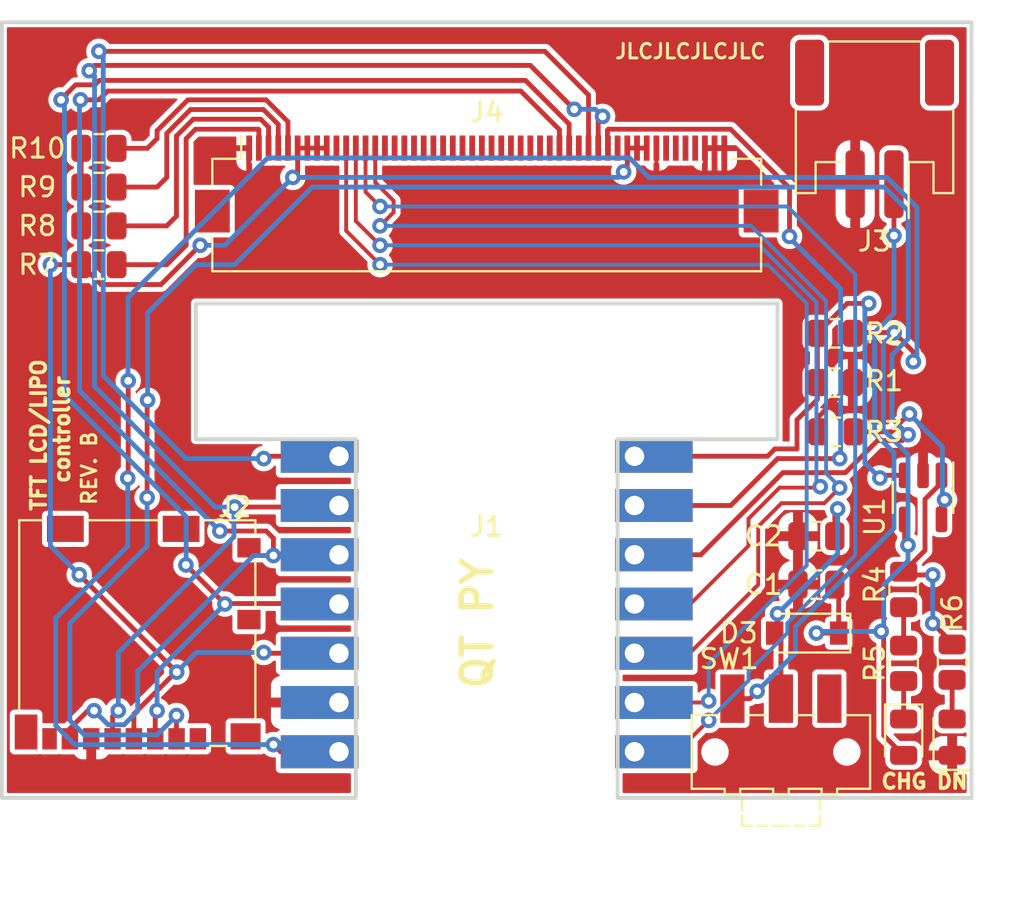
<source format=kicad_pcb>
(kicad_pcb (version 20211014) (generator pcbnew)
  (title_block (rev "A"))
  (layers (0 "F.Cu" signal) (31 "B.Cu" signal) (34 "B.Paste" user) (35 "F.Paste" user) (36 "B.SilkS" user "B.Silkscreen") (37 "F.SilkS" user "F.Silkscreen") (38 "B.Mask" user) (39 "F.Mask" user) (44 "Edge.Cuts" user))
  (net 0 "")
  (net 1 "GND")
  (net 2 "+5V")
  (net 3 "VBAT")
  (net 4 "Net-(D1-Pad1)")
  (net 5 "Net-(D2-Pad2)")
  (net 6 "+3.3V")
  (net 8 "SD_CS")
  (net 9 "MOSI")
  (net 10 "SCK")
  (net 11 "MISO")
  (net 14 "Net-(J3-Pad1)")
  (net 15 "Net-(J4-Pad2)")
  (net 16 "Net-(J4-Pad3)")
  (net 17 "Net-(J4-Pad4)")
  (net 18 "Net-(J4-Pad5)")
  (net 20 "Y+")
  (net 21 "X+")
  (net 22 "Y-")
  (net 23 "X-")
  (net 43 "WR")
  (net 44 "LCD_CS")
  (net 50 "Net-(R4-Pad1)")
  (net 51 "Net-(R3-Pad2)")
  (net 52 "Net-(R4-Pad2)")
  (net 54 "BAT CHG")
  (footprint "Package_TO_SOT_SMD:SOT-23-5" (layer "F.Cu") (at 47.5 24.5 -90)
    (fp_text reference "U1" (at 1 2.5 -90) (layer "F.SilkS"))
    (fp_text value "MCP73831-2-OT")
    (pad "1" smd roundrect (at -1.1375 -0.95 270) (size 1.325 0.6) (layers "F.Cu" "F.Paste" "F.Mask") (net 50 "Net-(R4-Pad1)"))
    (pad "2" smd roundrect (at -1.1375 0 270) (size 1.325 0.6) (layers "F.Cu" "F.Paste" "F.Mask") (net 1 "GND"))
    (pad "3" smd roundrect (at -1.1375 0.95 270) (size 1.325 0.6) (layers "F.Cu" "F.Paste" "F.Mask") (net 54 "BAT CHG"))
    (pad "4" smd roundrect (at 1.1375 0.95 270) (size 1.325 0.6) (layers "F.Cu" "F.Paste" "F.Mask") (net 2 "+5V"))
    (pad "5" smd roundrect (at 1.1375 -0.95 270) (size 1.325 0.6) (layers "F.Cu" "F.Paste" "F.Mask") (net 51 "Net-(R3-Pad2)"))
  )
  (footprint "Resistor_SMD:R_0805_2012Metric" (layer "F.Cu") (at 43 21.12)
    (fp_text reference "R3" (at 2.5 0) (layer "F.SilkS"))
    (fp_text value "10K")
    (pad "1" smd roundrect (at -0.9125 0) (size 1.025 1.4) (layers "F.Cu" "F.Paste" "F.Mask") (roundrect_rratio 0.243902439) (net 1 "GND"))
    (pad "2" smd roundrect (at 0.9125 0) (size 1.025 1.4) (layers "F.Cu" "F.Paste" "F.Mask") (roundrect_rratio 0.243902439) (net 51 "Net-(R3-Pad2)"))
  )
  (footprint "Resistor_SMD:R_0805_2012Metric" (layer "F.Cu") (at 42.9625 18.58 180)
    (fp_text reference "R1" (at -2.5375 0.08) (layer "F.SilkS"))
    (fp_text value "100K")
    (pad "1" smd roundrect (at -0.9125 0 180) (size 1.025 1.4) (layers "F.Cu" "F.Paste" "F.Mask") (roundrect_rratio 0.243902439) (net 1 "GND"))
    (pad "2" smd roundrect (at 0.9125 0 180) (size 1.025 1.4) (layers "F.Cu" "F.Paste" "F.Mask") (roundrect_rratio 0.243902439) (net 54 "BAT CHG"))
  )
  (footprint "Resistor_SMD:R_0805_2012Metric" (layer "F.Cu") (at 46.5 29.248 -90)
    (fp_text reference "R4" (at -0.248 1.5 90) (layer "F.SilkS"))
    (fp_text value "150")
    (pad "1" smd roundrect (at -0.9125 0 270) (size 1.025 1.4) (layers "F.Cu" "F.Paste" "F.Mask") (roundrect_rratio 0.243902439) (net 50 "Net-(R4-Pad1)"))
    (pad "2" smd roundrect (at 0.9125 0 270) (size 1.025 1.4) (layers "F.Cu" "F.Paste" "F.Mask") (roundrect_rratio 0.243902439) (net 52 "Net-(R4-Pad2)"))
  )
  (footprint "Resistor_SMD:R_0805_2012Metric" (layer "F.Cu") (at 5 8.5)
    (fp_text reference "R9" (at -3.175 0) (layer "F.SilkS"))
    (fp_text value "10K")
    (pad "1" smd roundrect (at -0.9125 0) (size 1.025 1.4) (layers "F.Cu" "F.Paste" "F.Mask") (roundrect_rratio 0.243902439) (net 6 "+3.3V"))
    (pad "2" smd roundrect (at 0.9125 0) (size 1.025 1.4) (layers "F.Cu" "F.Paste" "F.Mask") (roundrect_rratio 0.243902439) (net 17 "Net-(J4-Pad4)"))
  )
  (footprint "Capacitor_SMD:C_0805_2012Metric" (layer "F.Cu") (at 42 29)
    (fp_text reference "C1" (at -2.728 0) (layer "F.SilkS"))
    (fp_text value "10uF")
    (pad "1" smd roundrect (at -0.95 0) (size 1 1.45) (layers "F.Cu" "F.Paste" "F.Mask") (net 1 "GND"))
    (pad "2" smd roundrect (at 0.95 0) (size 1 1.45) (layers "F.Cu" "F.Paste" "F.Mask") (net 2 "+5V"))
  )
  (footprint "Resistor_SMD:R_0805_2012Metric" (layer "F.Cu") (at 5 6.5)
    (fp_text reference "R10" (at -3.175 0) (layer "F.SilkS"))
    (fp_text value "10K")
    (pad "1" smd roundrect (at -0.9125 0) (size 1.025 1.4) (layers "F.Cu" "F.Paste" "F.Mask") (roundrect_rratio 0.243902439) (net 6 "+3.3V"))
    (pad "2" smd roundrect (at 0.9125 0) (size 1.025 1.4) (layers "F.Cu" "F.Paste" "F.Mask") (roundrect_rratio 0.243902439) (net 18 "Net-(J4-Pad5)"))
  )
  (footprint "Diode_SMD:D_SOD-123" (layer "F.Cu") (at 41.5 31.5 180)
    (fp_text reference "D3" (at 3.5 0) (layer "F.SilkS"))
    (fp_text value "20V 1A")
    (pad "1" smd rect (at -1.65 0 180) (size 0.9 1.2) (layers "F.Cu" "F.Paste" "F.Mask") (net 2 "+5V"))
    (pad "2" smd rect (at 1.65 0 180) (size 0.9 1.2) (layers "F.Cu" "F.Paste" "F.Mask") (net 3 "VBAT"))
  )
  (footprint "Resistor_SMD:R_0805_2012Metric" (layer "F.Cu") (at 5 12.5)
    (fp_text reference "R7" (at -3.175 0) (layer "F.SilkS"))
    (fp_text value "10K")
    (pad "1" smd roundrect (at -0.9125 0) (size 1.025 1.4) (layers "F.Cu" "F.Paste" "F.Mask") (roundrect_rratio 0.243902439) (net 6 "+3.3V"))
    (pad "2" smd roundrect (at 0.9125 0) (size 1.025 1.4) (layers "F.Cu" "F.Paste" "F.Mask") (roundrect_rratio 0.243902439) (net 15 "Net-(J4-Pad2)"))
  )
  (footprint "LED_SMD:LED_0805_2012Metric" (layer "F.Cu") (at 49 36.868 90)
    (fp_text reference "D2" hide)
    (fp_text value "LED GREEN 20 mA @3V")
    (pad "1" smd roundrect (at -0.9375 0 90) (size 0.975 1.4) (layers "F.Cu" "F.Paste" "F.Mask") (net 1 "GND"))
    (pad "2" smd roundrect (at 0.9375 0 90) (size 0.975 1.4) (layers "F.Cu" "F.Paste" "F.Mask") (net 5 "Net-(D2-Pad2)"))
  )
  (footprint "Connector_Card:microSD_HC_Molex_104031-0811" (layer "F.Cu") (at 7 31.5 180)
    (fp_text reference "J2" (at -5 6.5) (layer "F.SilkS"))
    (fp_text value "Micro_SD_Card")
    (pad "1" smd rect (at -3.105 -5.45 180) (size 0.85 1.1) (layers "F.Cu" "F.Paste" "F.Mask"))
    (pad "2" smd rect (at -2.005 -5.45 180) (size 0.85 1.1) (layers "F.Cu" "F.Paste" "F.Mask") (net 8 "SD_CS"))
    (pad "3" smd rect (at -0.905 -5.45 180) (size 0.85 1.1) (layers "F.Cu" "F.Paste" "F.Mask") (net 9 "MOSI"))
    (pad "4" smd rect (at 0.195 -5.45 180) (size 0.85 1.1) (layers "F.Cu" "F.Paste" "F.Mask") (net 6 "+3.3V"))
    (pad "5" smd rect (at 1.295 -5.45 180) (size 0.85 1.1) (layers "F.Cu" "F.Paste" "F.Mask") (net 10 "SCK"))
    (pad "6" smd rect (at 2.395 -5.45 180) (size 0.85 1.1) (layers "F.Cu" "F.Paste" "F.Mask") (net 1 "GND"))
    (pad "7" smd rect (at 3.495 -5.45 180) (size 0.85 1.1) (layers "F.Cu" "F.Paste" "F.Mask") (net 11 "MISO"))
    (pad "8" smd rect (at 4.545 -5.45 180) (size 0.75 1.1) (layers "F.Cu" "F.Paste" "F.Mask"))
    (pad "9" smd rect (at -5.74 0.7 180) (size 1.2 1) (layers "F.Cu" "F.Paste" "F.Mask"))
    (pad "10" smd rect (at -5.74 4.4 180) (size 1.2 1) (layers "F.Cu" "F.Paste" "F.Mask"))
    (pad "11" smd rect (at 3.73 5.375 180) (size 1.9 1.35) (layers "F.Cu" "F.Paste" "F.Mask"))
    (pad "11" smd rect (at 5.755 -5.1 180) (size 1.17 1.8) (layers "F.Cu" "F.Paste" "F.Mask"))
    (pad "11" smd rect (at -5.565 -5.325 180) (size 1.55 1.35) (layers "F.Cu" "F.Paste" "F.Mask"))
    (pad "11" smd rect (at -2.24 5.375 180) (size 1.9 1.35) (layers "F.Cu" "F.Paste" "F.Mask"))
  )
  (footprint "Resistor_SMD:R_0805_2012Metric" (layer "F.Cu") (at 5 10.5)
    (fp_text reference "R8" (at -3.175 0) (layer "F.SilkS"))
    (fp_text value "10K")
    (pad "1" smd roundrect (at -0.9125 0) (size 1.025 1.4) (layers "F.Cu" "F.Paste" "F.Mask") (roundrect_rratio 0.243902439) (net 6 "+3.3V"))
    (pad "2" smd roundrect (at 0.9125 0) (size 1.025 1.4) (layers "F.Cu" "F.Paste" "F.Mask") (roundrect_rratio 0.243902439) (net 16 "Net-(J4-Pad3)"))
  )
  (footprint "Resistor_SMD:R_0805_2012Metric" (layer "F.Cu") (at 46.5 33.058 -90)
    (fp_text reference "R5" (at 0 1.5 -90) (layer "F.SilkS"))
    (fp_text value "150")
    (pad "1" smd roundrect (at -0.9125 0 270) (size 1.025 1.4) (layers "F.Cu" "F.Paste" "F.Mask") (roundrect_rratio 0.243902439) (net 52 "Net-(R4-Pad2)"))
    (pad "2" smd roundrect (at 0.9125 0 270) (size 1.025 1.4) (layers "F.Cu" "F.Paste" "F.Mask") (roundrect_rratio 0.243902439) (net 4 "Net-(D1-Pad1)"))
  )
  (footprint "Connector_JST:JST_PH_S2B-PH-SM4-TB_1x02-1MP_P2.00mm_Horizontal" (layer "F.Cu") (at 45 5.5 180)
    (fp_text reference "J3" (at 0 -5.8) (layer "F.SilkS"))
    (fp_text value "Conn_01x02_Female")
    (pad "1" smd roundrect (at -1 -2.85 180) (size 1 3.5) (layers "F.Cu" "F.Paste" "F.Mask") (net 14 "Net-(J3-Pad1)"))
    (pad "2" smd roundrect (at 1 -2.85 180) (size 1 3.5) (layers "F.Cu" "F.Paste" "F.Mask") (net 1 "GND"))
    (pad "MP" smd roundrect (at -3.35 2.9 180) (size 1.5 3.4) (layers "F.Cu" "F.Paste" "F.Mask") (roundrect_rratio 0.1666673333))
    (pad "MP" smd roundrect (at 3.35 2.9 180) (size 1.5 3.4) (layers "F.Cu" "F.Paste" "F.Mask") (roundrect_rratio 0.1666673333))
  )
  (footprint "Button_Switch_SMD:SW_SPDT_CK-JS102011SAQN" (layer "F.Cu") (at 40.17 37.63)
    (fp_text reference "SW1" (at -2.67 -4.8) (layer "F.SilkS"))
    (fp_text value "SW_SPDT")
    (pad "" np_thru_hole circle (at 3.4 0) (size 0.9 0.9) (drill 0.9) (layers *.Cu *.Mask))
    (pad "" np_thru_hole circle (at -3.4 0) (size 0.9 0.9) (drill 0.9) (layers *.Cu *.Mask))
    (pad "1" smd rect (at -2.5 -2.75) (size 1.25 2.5) (layers "F.Cu" "F.Paste" "F.Mask") (net 14 "Net-(J3-Pad1)"))
    (pad "2" smd rect (at 0 -2.75) (size 1.25 2.5) (layers "F.Cu" "F.Paste" "F.Mask") (net 3 "VBAT"))
    (pad "3" smd rect (at 2.5 -2.75) (size 1.25 2.5) (layers "F.Cu" "F.Paste" "F.Mask"))
  )
  (footprint "Adafruit QT PY:Adafruit QT PY" (layer "F.Cu") (at 25 30)
    (fp_text reference "J1" (at 0 -4 unlocked) (layer "F.SilkS"))
    (fp_text value "Conn_02x07_Top_Bottom")
    (pad "1" thru_hole rect (at -7.62 -7.62) (size 4 1.7) (drill 1 (offset -1 0)) (layers *.Cu *.Mask) (net 43 "WR"))
    (pad "2" thru_hole rect (at -7.62 -5.08) (size 4 1.7) (drill 1 (offset -1 0)) (layers *.Cu *.Mask) (net 10 "SCK"))
    (pad "3" thru_hole rect (at -7.62 -2.54) (size 4 1.7) (drill 1 (offset -1 0)) (layers *.Cu *.Mask) (net 11 "MISO"))
    (pad "4" thru_hole rect (at -7.62 0) (size 4 1.7) (drill 1 (offset -1 0)) (layers *.Cu *.Mask) (net 9 "MOSI"))
    (pad "5" thru_hole rect (at -7.62 2.54) (size 4 1.7) (drill 1 (offset -1 0)) (layers *.Cu *.Mask) (net 6 "+3.3V"))
    (pad "6" thru_hole rect (at -7.62 5.08) (size 4 1.7) (drill 1 (offset -1 0)) (layers *.Cu *.Mask) (net 1 "GND"))
    (pad "7" thru_hole rect (at -7.62 7.62) (size 4 1.7) (drill 1 (offset -1 0)) (layers *.Cu *.Mask) (net 2 "+5V"))
    (pad "8" thru_hole rect (at 7.62 -7.62 180) (size 4 1.7) (drill 1 (offset -1 0)) (layers *.Cu *.Mask) (net 54 "BAT CHG"))
    (pad "9" thru_hole rect (at 7.62 -5.08 180) (size 4 1.7) (drill 1 (offset -1 0)) (layers *.Cu *.Mask) (net 44 "LCD_CS"))
    (pad "10" thru_hole rect (at 7.62 -2.54 180) (size 4 1.7) (drill 1 (offset -1 0)) (layers *.Cu *.Mask) (net 8 "SD_CS"))
    (pad "11" thru_hole rect (at 7.62 0 180) (size 4 1.7) (drill 1 (offset -1 0)) (layers *.Cu *.Mask) (net 21 "X+"))
    (pad "12" thru_hole rect (at 7.62 2.54 180) (size 4 1.7) (drill 1 (offset -1 0)) (layers *.Cu *.Mask) (net 23 "X-"))
    (pad "13" thru_hole rect (at 7.62 5.08 180) (size 4 1.7) (drill 1 (offset -1 0)) (layers *.Cu *.Mask) (net 20 "Y+"))
    (pad "14" thru_hole rect (at 7.62 7.62 180) (size 4 1.7) (drill 1 (offset -1 0)) (layers *.Cu *.Mask) (net 22 "Y-"))
  )
  (footprint "Resistor_SMD:R_0805_2012Metric" (layer "F.Cu") (at 42.9625 16.04)
    (fp_text reference "R2" (at 2.5375 0) (layer "F.SilkS"))
    (fp_text value "100K")
    (pad "1" smd roundrect (at -0.9125 0) (size 1.025 1.4) (layers "F.Cu" "F.Paste" "F.Mask") (roundrect_rratio 0.243902439) (net 54 "BAT CHG"))
    (pad "2" smd roundrect (at 0.9125 0) (size 1.025 1.4) (layers "F.Cu" "F.Paste" "F.Mask") (roundrect_rratio 0.243902439) (net 2 "+5V"))
  )
  (footprint "Capacitor_SMD:C_0805_2012Metric" (layer "F.Cu") (at 42 26.5)
    (fp_text reference "C2" (at -2.728 0) (layer "F.SilkS"))
    (fp_text value "10uF")
    (pad "1" smd roundrect (at -0.95 0) (size 1 1.45) (layers "F.Cu" "F.Paste" "F.Mask") (net 1 "GND"))
    (pad "2" smd roundrect (at 0.95 0) (size 1 1.45) (layers "F.Cu" "F.Paste" "F.Mask") (net 3 "VBAT"))
  )
  (footprint "Connector_FFC-FPC:Hirose_FH12-50S-0.5SH_1x50-1MP_P0.50mm_Horizontal" (layer "F.Cu") (at 25 8.34)
    (fp_text reference "J4" (at 0 -3.7) (layer "F.SilkS"))
    (fp_text value "Conn_02x25_Top_Bottom")
    (pad "1" smd rect (at -12.25 -1.85) (size 0.3 1.3) (layers "F.Cu" "F.Paste" "F.Mask") (net 1 "GND"))
    (pad "2" smd rect (at -11.75 -1.85) (size 0.3 1.3) (layers "F.Cu" "F.Paste" "F.Mask") (net 15 "Net-(J4-Pad2)"))
    (pad "3" smd rect (at -11.25 -1.85) (size 0.3 1.3) (layers "F.Cu" "F.Paste" "F.Mask") (net 16 "Net-(J4-Pad3)"))
    (pad "4" smd rect (at -10.75 -1.85) (size 0.3 1.3) (layers "F.Cu" "F.Paste" "F.Mask") (net 17 "Net-(J4-Pad4)"))
    (pad "5" smd rect (at -10.25 -1.85) (size 0.3 1.3) (layers "F.Cu" "F.Paste" "F.Mask") (net 18 "Net-(J4-Pad5)"))
    (pad "6" smd rect (at -9.75 -1.85) (size 0.3 1.3) (layers "F.Cu" "F.Paste" "F.Mask") (net 6 "+3.3V"))
    (pad "7" smd rect (at -9.25 -1.85) (size 0.3 1.3) (layers "F.Cu" "F.Paste" "F.Mask") (net 6 "+3.3V"))
    (pad "8" smd rect (at -8.75 -1.85) (size 0.3 1.3) (layers "F.Cu" "F.Paste" "F.Mask") (net 6 "+3.3V"))
    (pad "9" smd rect (at -8.25 -1.85) (size 0.3 1.3) (layers "F.Cu" "F.Paste" "F.Mask") (net 6 "+3.3V"))
    (pad "10" smd rect (at -7.75 -1.85) (size 0.3 1.3) (layers "F.Cu" "F.Paste" "F.Mask"))
    (pad "11" smd rect (at -7.25 -1.85) (size 0.3 1.3) (layers "F.Cu" "F.Paste" "F.Mask") (net 20 "Y+"))
    (pad "12" smd rect (at -6.75 -1.85) (size 0.3 1.3) (layers "F.Cu" "F.Paste" "F.Mask") (net 21 "X+"))
    (pad "13" smd rect (at -6.25 -1.85) (size 0.3 1.3) (layers "F.Cu" "F.Paste" "F.Mask") (net 22 "Y-"))
    (pad "14" smd rect (at -5.75 -1.85) (size 0.3 1.3) (layers "F.Cu" "F.Paste" "F.Mask") (net 23 "X-"))
    (pad "15" smd rect (at -5.25 -1.85) (size 0.3 1.3) (layers "F.Cu" "F.Paste" "F.Mask"))
    (pad "16" smd rect (at -4.75 -1.85) (size 0.3 1.3) (layers "F.Cu" "F.Paste" "F.Mask"))
    (pad "17" smd rect (at -4.25 -1.85) (size 0.3 1.3) (layers "F.Cu" "F.Paste" "F.Mask"))
    (pad "18" smd rect (at -3.75 -1.85) (size 0.3 1.3) (layers "F.Cu" "F.Paste" "F.Mask"))
    (pad "19" smd rect (at -3.25 -1.85) (size 0.3 1.3) (layers "F.Cu" "F.Paste" "F.Mask"))
    (pad "20" smd rect (at -2.75 -1.85) (size 0.3 1.3) (layers "F.Cu" "F.Paste" "F.Mask"))
    (pad "21" smd rect (at -2.25 -1.85) (size 0.3 1.3) (layers "F.Cu" "F.Paste" "F.Mask"))
    (pad "22" smd rect (at -1.75 -1.85) (size 0.3 1.3) (layers "F.Cu" "F.Paste" "F.Mask"))
    (pad "23" smd rect (at -1.25 -1.85) (size 0.3 1.3) (layers "F.Cu" "F.Paste" "F.Mask"))
    (pad "24" smd rect (at -0.75 -1.85) (size 0.3 1.3) (layers "F.Cu" "F.Paste" "F.Mask"))
    (pad "25" smd rect (at -0.25 -1.85) (size 0.3 1.3) (layers "F.Cu" "F.Paste" "F.Mask"))
    (pad "26" smd rect (at 0.25 -1.85) (size 0.3 1.3) (layers "F.Cu" "F.Paste" "F.Mask"))
    (pad "27" smd rect (at 0.75 -1.85) (size 0.3 1.3) (layers "F.Cu" "F.Paste" "F.Mask"))
    (pad "28" smd rect (at 1.25 -1.85) (size 0.3 1.3) (layers "F.Cu" "F.Paste" "F.Mask"))
    (pad "29" smd rect (at 1.75 -1.85) (size 0.3 1.3) (layers "F.Cu" "F.Paste" "F.Mask"))
    (pad "30" smd rect (at 2.25 -1.85) (size 0.3 1.3) (layers "F.Cu" "F.Paste" "F.Mask"))
    (pad "31" smd rect (at 2.75 -1.85) (size 0.3 1.3) (layers "F.Cu" "F.Paste" "F.Mask"))
    (pad "32" smd rect (at 3.25 -1.85) (size 0.3 1.3) (layers "F.Cu" "F.Paste" "F.Mask"))
    (pad "33" smd rect (at 3.75 -1.85) (size 0.3 1.3) (layers "F.Cu" "F.Paste" "F.Mask") (net 11 "MISO"))
    (pad "34" smd rect (at 4.25 -1.85) (size 0.3 1.3) (layers "F.Cu" "F.Paste" "F.Mask") (net 9 "MOSI"))
    (pad "35" smd rect (at 4.75 -1.85) (size 0.3 1.3) (layers "F.Cu" "F.Paste" "F.Mask"))
    (pad "36" smd rect (at 5.25 -1.85) (size 0.3 1.3) (layers "F.Cu" "F.Paste" "F.Mask") (net 43 "WR"))
    (pad "37" smd rect (at 5.75 -1.85) (size 0.3 1.3) (layers "F.Cu" "F.Paste" "F.Mask") (net 10 "SCK"))
    (pad "38" smd rect (at 6.25 -1.85) (size 0.3 1.3) (layers "F.Cu" "F.Paste" "F.Mask") (net 44 "LCD_CS"))
    (pad "39" smd rect (at 6.75 -1.85) (size 0.3 1.3) (layers "F.Cu" "F.Paste" "F.Mask"))
    (pad "40" smd rect (at 7.25 -1.85) (size 0.3 1.3) (layers "F.Cu" "F.Paste" "F.Mask") (net 6 "+3.3V"))
    (pad "41" smd rect (at 7.75 -1.85) (size 0.3 1.3) (layers "F.Cu" "F.Paste" "F.Mask") (net 6 "+3.3V"))
    (pad "42" smd rect (at 8.25 -1.85) (size 0.3 1.3) (layers "F.Cu" "F.Paste" "F.Mask") (net 6 "+3.3V"))
    (pad "43" smd rect (at 8.75 -1.85) (size 0.3 1.3) (layers "F.Cu" "F.Paste" "F.Mask") (net 1 "GND"))
    (pad "44" smd rect (at 9.25 -1.85) (size 0.3 1.3) (layers "F.Cu" "F.Paste" "F.Mask"))
    (pad "45" smd rect (at 9.75 -1.85) (size 0.3 1.3) (layers "F.Cu" "F.Paste" "F.Mask"))
    (pad "46" smd rect (at 10.25 -1.85) (size 0.3 1.3) (layers "F.Cu" "F.Paste" "F.Mask"))
    (pad "47" smd rect (at 10.75 -1.85) (size 0.3 1.3) (layers "F.Cu" "F.Paste" "F.Mask"))
    (pad "48" smd rect (at 11.25 -1.85) (size 0.3 1.3) (layers "F.Cu" "F.Paste" "F.Mask") (net 1 "GND"))
    (pad "49" smd rect (at 11.75 -1.85) (size 0.3 1.3) (layers "F.Cu" "F.Paste" "F.Mask") (net 1 "GND"))
    (pad "50" smd rect (at 12.25 -1.85) (size 0.3 1.3) (layers "F.Cu" "F.Paste" "F.Mask") (net 1 "GND"))
    (pad "MP" smd rect (at 14.15 1.4) (size 1.8 2.2) (layers "F.Cu" "F.Paste" "F.Mask"))
    (pad "MP" smd rect (at -14.15 1.4) (size 1.8 2.2) (layers "F.Cu" "F.Paste" "F.Mask"))
  )
  (footprint "LED_SMD:LED_0805_2012Metric" (layer "F.Cu") (at 46.5 36.868 -90)
    (fp_text reference "D1" hide)
    (fp_text value "LED RED 10 mA @2V")
    (pad "1" smd roundrect (at -0.9375 0 270) (size 0.975 1.4) (layers "F.Cu" "F.Paste" "F.Mask") (net 4 "Net-(D1-Pad1)"))
    (pad "2" smd roundrect (at 0.9375 0 270) (size 0.975 1.4) (layers "F.Cu" "F.Paste" "F.Mask") (net 2 "+5V"))
  )
  (footprint "Resistor_SMD:R_0805_2012Metric" (layer "F.Cu") (at 49 33 -90)
    (fp_text reference "R6" (at -2.54 0 -90) (layer "F.SilkS"))
    (fp_text value "100")
    (pad "1" smd roundrect (at -0.9125 0 270) (size 1.025 1.4) (layers "F.Cu" "F.Paste" "F.Mask") (roundrect_rratio 0.243902439) (net 50 "Net-(R4-Pad1)"))
    (pad "2" smd roundrect (at 0.9125 0 270) (size 1.025 1.4) (layers "F.Cu" "F.Paste" "F.Mask") (roundrect_rratio 0.243902439) (net 5 "Net-(D2-Pad2)"))
  )
  (gr_poly (pts (xy 50 40) (xy 31.75 40) (xy 31.75 21.5) (xy 40 21.5) (xy 40 14.5) (xy 10 14.5) (xy 10 21.5) (xy 18.25 21.5) (xy 18.25 40) (xy 0 40) (xy 0 0) (xy 50 0)) (layer "Edge.Cuts") (width 0.2) (fill none))
  (gr_text "DN" (at 49 39.154) (layer "F.SilkS") (effects (font (size 0.75 0.75) (thickness 0.1875))))
  (gr_text "JLCJLCJLCJLC" (at 35.5 1.5) (layer "F.SilkS") (effects (font (size 0.75 0.75))))
  (gr_text "QT PY" (at 24.5 31 -270) (layer "F.SilkS") (effects (font (size 1.5 1.5) (thickness 0.3))))
  (gr_text "TFT LCD/LIPO \ncontroller" (at 2.5 21 90) (layer "F.SilkS") (effects (font (size 0.75 0.75) (thickness 0.1875))))
  (gr_text "REV. B" (at 4.5 23 90) (layer "F.SilkS") (effects (font (size 0.75 0.75))))
  (gr_text "CHG" (at 46.52 39.154) (layer "F.SilkS") (effects (font (size 0.75 0.75) (thickness 0.1875))))
  (segment (start 41.05 26.5) (end 40 26.5) (width 0.25) (layer "F.Cu") (net 1))
  (segment (start 42.0875 20.3675) (end 43.875 18.58) (width 0.25) (layer "F.Cu") (net 1))
  (segment (start 42.0875 21.12) (end 42.0875 20.3675) (width 0.25) (layer "F.Cu") (net 1))
  (segment (start 43.15 29.2) (end 42.95 29) (width 0.25) (layer "F.Cu") (net 2))
  (segment (start 14 37.25) (end 14.37 37.62) (width 0.25) (layer "F.Cu") (net 2))
  (segment (start 14.37 37.62) (end 17.38 37.62) (width 0.25) (layer "F.Cu") (net 2))
  (segment (start 43.15 31.5) (end 43.15 29.2) (width 0.25) (layer "F.Cu") (net 2))
  (segment (start 47 17.5) (end 47 17) (width 0.25) (layer "F.Cu") (net 2))
  (segment (start 47 17) (end 46.012299 16.012299) (width 0.25) (layer "F.Cu") (net 2))
  (segment (start 46.55 25.6375) (end 46.55 26.789029) (width 0.25) (layer "F.Cu") (net 2))
  (segment (start 45.471795 31.543894) (end 45.341779 31.413878) (width 0.25) (layer "F.Cu") (net 2))
  (segment (start 46.012299 16.012299) (end 46 16) (width 0.25) (layer "F.Cu") (net 2))
  (segment (start 46.55 26.789029) (end 46.7245 26.963529) (width 0.25) (layer "F.Cu") (net 2))
  (segment (start 46 16) (end 43.915 16) (width 0.25) (layer "F.Cu") (net 2))
  (segment (start 6.512299 23.487701) (end 6.512299 18.487701) (width 0.25) (layer "F.Cu") (net 2))
  (segment (start 45.475 36.7805) (end 45.475 32.975) (width 0.25) (layer "F.Cu") (net 2))
  (segment (start 6.487701 23.512299) (end 6.512299 23.487701) (width 0.25) (layer "F.Cu") (net 2))
  (segment (start 42.95 29) (end 43.1875 29) (width 0.25) (layer "F.Cu") (net 2))
  (segment (start 45.471795 32.971795) (end 45.471795 31.543894) (width 0.25) (layer "F.Cu") (net 2))
  (segment (start 46.5 37.8055) (end 45.475 36.7805) (width 0.25) (layer "F.Cu") (net 2))
  (segment (start 42 31.5) (end 43.15 31.5) (width 0.25) (layer "F.Cu") (net 2))
  (segment (start 43.915 16) (end 43.875 16.04) (width 0.25) (layer "F.Cu") (net 2))
  (via (at 46.012299 16.012299) (size 0.8) (drill 0.4) (layers "F.Cu" "B.Cu") (net 2))
  (via (at 14 37.25) (size 0.8) (drill 0.4) (layers "F.Cu" "B.Cu") (net 2))
  (via (at 47 17.5) (size 0.8) (drill 0.4) (layers "F.Cu" "B.Cu") (net 2))
  (via (at 42 31.5) (size 0.8) (drill 0.4) (layers "F.Cu" "B.Cu") (net 2))
  (via (at 46.7245 26.963529) (size 0.8) (drill 0.4) (layers "F.Cu" "B.Cu") (net 2))
  (via (at 45.341779 31.413878) (size 0.8) (drill 0.4) (layers "F.Cu" "B.Cu") (net 2))
  (via (at 6.487701 23.512299) (size 0.8) (drill 0.4) (layers "F.Cu" "B.Cu") (net 2))
  (via (at 6.512299 18.487701) (size 0.8) (drill 0.4) (layers "F.Cu" "B.Cu") (net 2))
  (segment (start 6.5 14.199195) (end 13.706564 6.992631) (width 0.25) (layer "B.Cu") (net 2))
  (segment (start 14 37.25) (end 3.75 37.25) (width 0.25) (layer "B.Cu") (net 2))
  (segment (start 33.368127 8) (end 45.636396 8) (width 0.25) (layer "B.Cu") (net 2))
  (segment (start 45.471795 29.028205) (end 46.7245 27.7755) (width 0.25) (layer "B.Cu") (net 2))
  (segment (start 46.7245 26.963529) (end 46.7245 22.287299) (width 0.25) (layer "B.Cu") (net 2))
  (segment (start 45.45 21.012799) (end 45.45 16.574598) (width 0.25) (layer "B.Cu") (net 2))
  (segment (start 46.7245 27.7755) (end 46.7245 26.963529) (width 0.25) (layer "B.Cu") (net 2))
  (segment (start 13.706564 6.992631) (end 32.360758 6.992631) (width 0.25) (layer "B.Cu") (net 2))
  (segment (start 45.636396 8) (end 47.187299 9.550903) (width 0.25) (layer "B.Cu") (net 2))
  (segment (start 6.5 18.475402) (end 6.5 14.199195) (width 0.25) (layer "B.Cu") (net 2))
  (segment (start 46.7245 22.287299) (end 45.45 21.012799) (width 0.25) (layer "B.Cu") (net 2))
  (segment (start 45.341779 31.413878) (end 42.086122 31.413878) (width 0.25) (layer "B.Cu") (net 2))
  (segment (start 2.775 30.725) (end 6.487701 27.012299) (width 0.25) (layer "B.Cu") (net 2))
  (segment (start 47.187299 17.312701) (end 47 17.5) (width 0.25) (layer "B.Cu") (net 2))
  (segment (start 45.471795 31.283862) (end 45.471795 29.028205) (width 0.25) (layer "B.Cu") (net 2))
  (segment (start 3.75 37.25) (end 2.775 36.275) (width 0.25) (layer "B.Cu") (net 2))
  (segment (start 42.086122 31.413878) (end 42 31.5) (width 0.25) (layer "B.Cu") (net 2))
  (segment (start 45.45 16.574598) (end 46.012299 16.012299) (width 0.25) (layer "B.Cu") (net 2))
  (segment (start 6.512299 18.487701) (end 6.5 18.475402) (width 0.25) (layer "B.Cu") (net 2))
  (segment (start 45.341779 31.413878) (end 45.471795 31.283862) (width 0.25) (layer "B.Cu") (net 2))
  (segment (start 6.487701 27.012299) (end 6.487701 23.512299) (width 0.25) (layer "B.Cu") (net 2))
  (segment (start 47.187299 9.550903) (end 47.187299 17.312701) (width 0.25) (layer "B.Cu") (net 2))
  (segment (start 32.360758 6.992631) (end 33.368127 8) (width 0.25) (layer "B.Cu") (net 2))
  (segment (start 2.775 36.275) (end 2.775 30.725) (width 0.25) (layer "B.Cu") (net 2))
  (segment (start 40 30.5) (end 40 31.35) (width 0.25) (layer "F.Cu") (net 3))
  (segment (start 42.95 25.248692) (end 42.95 26.5) (width 0.25) (layer "F.Cu") (net 3))
  (segment (start 43.099346 25.099346) (end 42.95 25.248692) (width 0.25) (layer "F.Cu") (net 3))
  (segment (start 40.17 31.82) (end 39.85 31.5) (width 0.25) (layer "F.Cu") (net 3))
  (segment (start 40.17 34.88) (end 40.17 31.82) (width 0.25) (layer "F.Cu") (net 3))
  (segment (start 40 31.35) (end 39.85 31.5) (width 0.25) (layer "F.Cu") (net 3))
  (via (at 40 30.5) (size 0.8) (drill 0.4) (layers "F.Cu" "B.Cu") (net 3))
  (via (at 43.099346 25.099346) (size 0.8) (drill 0.4) (layers "F.Cu" "B.Cu") (net 3))
  (segment (start 43.099346 27.400654) (end 40 30.5) (width 0.25) (layer "B.Cu") (net 3))
  (segment (start 43.099346 25.099346) (end 43.099346 27.400654) (width 0.25) (layer "B.Cu") (net 3))
  (segment (start 46.5 33.9705) (end 46.5 35.9305) (width 0.25) (layer "F.Cu") (net 4))
  (segment (start 49 33.9125) (end 49 35.9305) (width 0.25) (layer "F.Cu") (net 5))
  (segment (start 8.1995 13.525) (end 10.2245 11.5) (width 0.25) (layer "F.Cu") (net 6))
  (segment (start 3.987701 28.487701) (end 9.012299 33.512299) (width 0.25) (layer "F.Cu") (net 6))
  (segment (start 5.1125 13.525) (end 8.1995 13.525) (width 0.25) (layer "F.Cu") (net 6))
  (segment (start 32.25 7.528084) (end 32.060453 7.717631) (width 0.25) (layer "F.Cu") (net 6))
  (segment (start 32.25 6.49) (end 32.25 7.528084) (width 0.25) (layer "F.Cu") (net 6))
  (segment (start 32.75 6.49) (end 32.25 6.49) (width 0.25) (layer "F.Cu") (net 6))
  (segment (start 15.25 6.49) (end 15.25 7.75) (width 0.25) (layer "F.Cu") (net 6))
  (segment (start 33.25 6.49) (end 32.75 6.49) (width 0.25) (layer "F.Cu") (net 6))
  (segment (start 4.0875 6.5) (end 4.0875 8.5) (width 0.25) (layer "F.Cu") (net 6))
  (segment (start 6.805 36.95) (end 6.805 35.669695) (width 0.25) (layer "F.Cu") (net 6))
  (segment (start 4.0875 12.5) (end 4.0875 10.5) (width 0.25) (layer "F.Cu") (net 6))
  (segment (start 2.5 12.5) (end 4.0875 12.5) (width 0.25) (layer "F.Cu") (net 6))
  (segment (start 15.25 6.49) (end 15.75 6.49) (width 0.25) (layer "F.Cu") (net 6))
  (segment (start 16.25 6.49) (end 15.75 6.49) (width 0.25) (layer "F.Cu") (net 6))
  (segment (start 15.25 7.75) (end 15 8) (width 0.25) (layer "F.Cu") (net 6))
  (segment (start 4.0875 12.5) (end 5.1125 13.525) (width 0.25) (layer "F.Cu") (net 6))
  (segment (start 8.962396 33.512299) (end 9.012299 33.512299) (width 0.25) (layer "F.Cu") (net 6))
  (segment (start 13.54 32.54) (end 13.5 32.5) (width 0.25) (layer "F.Cu") (net 6))
  (segment (start 4.0875 8.5) (end 4.0875 10.5) (width 0.25) (layer "F.Cu") (net 6))
  (segment (start 6.805 35.669695) (end 8.962396 33.512299) (width 0.25) (layer "F.Cu") (net 6))
  (segment (start 17.38 32.54) (end 13.54 32.54) (width 0.25) (layer "F.Cu") (net 6))
  (segment (start 16.75 6.49) (end 16.25 6.49) (width 0.25) (layer "F.Cu") (net 6))
  (via (at 15 8) (size 0.8) (drill 0.4) (layers "F.Cu" "B.Cu") (net 6))
  (via (at 10.2245 11.5) (size 0.8) (drill 0.4) (layers "F.Cu" "B.Cu") (net 6))
  (via (at 32.060453 7.717631) (size 0.8) (drill 0.4) (layers "F.Cu" "B.Cu") (net 6))
  (via (at 3.987701 28.487701) (size 0.8) (drill 0.4) (layers "F.Cu" "B.Cu") (net 6))
  (via (at 9.012299 33.512299) (size 0.8) (drill 0.4) (layers "F.Cu" "B.Cu") (net 6))
  (via (at 2.5 12.5) (size 0.8) (drill 0.4) (layers "F.Cu" "B.Cu") (net 6))
  (via (at 13.5 32.5) (size 0.8) (drill 0.4) (layers "F.Cu" "B.Cu") (net 6))
  (segment (start 13.5 32.5) (end 10.024598 32.5) (width 0.25) (layer "B.Cu") (net 6))
  (segment (start 3.987701 28.487701) (end 2.5 27) (width 0.25) (layer "B.Cu") (net 6))
  (segment (start 10.2245 11.5) (end 11.5 11.5) (width 0.25) (layer "B.Cu") (net 6))
  (segment (start 10.024598 32.5) (end 9.012299 33.512299) (width 0.25) (layer "B.Cu") (net 6))
  (segment (start 2.5 27) (end 2.5 12.5) (width 0.25) (layer "B.Cu") (net 6))
  (segment (start 32.060453 7.717631) (end 31.778084 8) (width 0.25) (layer "B.Cu") (net 6))
  (segment (start 11.5 11.5) (end 15 8) (width 0.25) (layer "B.Cu") (net 6))
  (segment (start 31.778084 8) (end 15 8) (width 0.25) (layer "B.Cu") (net 6))
  (segment (start 7.487701 19.512299) (end 7.487701 24.512299) (width 0.25) (layer "F.Cu") (net 8))
  (segment (start 43.499805 23.225) (end 40.275 23.225) (width 0.25) (layer "F.Cu") (net 8))
  (segment (start 45.154805 21.57) (end 43.499805 23.225) (width 0.25) (layer "F.Cu") (net 8))
  (segment (start 46.429293 21.57) (end 45.154805 21.57) (width 0.25) (layer "F.Cu") (net 8))
  (segment (start 46.730546 21.268747) (end 46.429293 21.57) (width 0.25) (layer "F.Cu") (net 8))
  (segment (start 7.5 19.5) (end 7.512299 19.487701) (width 0.25) (layer "F.Cu") (net 8))
  (segment (start 9 35.75) (end 9 36.945) (width 0.25) (layer "F.Cu") (net 8))
  (segment (start 7.512299 19.487701) (end 7.487701 19.512299) (width 0.25) (layer "F.Cu") (net 8))
  (segment (start 40.275 23.225) (end 36.04 27.46) (width 0.25) (layer "F.Cu") (net 8))
  (segment (start 9 36.945) (end 9.005 36.95) (width 0.25) (layer "F.Cu") (net 8))
  (segment (start 36.04 27.46) (end 32.62 27.46) (width 0.25) (layer "F.Cu") (net 8))
  (via (at 46.730546 21.268747) (size 0.8) (drill 0.4) (layers "F.Cu" "B.Cu") (net 8))
  (via (at 7.487701 24.512299) (size 0.8) (drill 0.4) (layers "F.Cu" "B.Cu") (net 8))
  (via (at 7.512299 19.487701) (size 0.8) (drill 0.4) (layers "F.Cu" "B.Cu") (net 8))
  (via (at 9 35.75) (size 0.8) (drill 0.4) (layers "F.Cu" "B.Cu") (net 8))
  (segment (start 45.9 17.149903) (end 46.737299 16.312604) (width 0.25) (layer "B.Cu") (net 8))
  (segment (start 45.5 8.5) (end 16 8.5) (width 0.25) (layer "B.Cu") (net 8))
  (segment (start 7.487701 27.012299) (end 3.5 31) (width 0.25) (layer "B.Cu") (net 8))
  (segment (start 46.737299 16.312604) (end 46.737299 9.737299) (width 0.25) (layer "B.Cu") (net 8))
  (segment (start 7.512299 14.987701) (end 7.512299 19.487701) (width 0.25) (layer "B.Cu") (net 8))
  (segment (start 12 12.5) (end 10 12.5) (width 0.25) (layer "B.Cu") (net 8))
  (segment (start 46.730546 21.268747) (end 45.9 20.438201) (width 0.25) (layer "B.Cu") (net 8))
  (segment (start 46.737299 9.737299) (end 45.5 8.5) (width 0.25) (layer "B.Cu") (net 8))
  (segment (start 4.25 36.75) (end 8 36.75) (width 0.25) (layer "B.Cu") (net 8))
  (segment (start 8 36.75) (end 9 35.75) (width 0.25) (layer "B.Cu") (net 8))
  (segment (start 16 8.5) (end 12 12.5) (width 0.25) (layer "B.Cu") (net 8))
  (segment (start 7.487701 24.512299) (end 7.487701 27.012299) (width 0.25) (layer "B.Cu") (net 8))
  (segment (start 45.9 20.438201) (end 45.9 17.149903) (width 0.25) (layer "B.Cu") (net 8))
  (segment (start 10 12.5) (end 7.512299 14.987701) (width 0.25) (layer "B.Cu") (net 8))
  (segment (start 3.5 31) (end 3.5 36) (width 0.25) (layer "B.Cu") (net 8))
  (segment (start 3.5 36) (end 4.25 36.75) (width 0.25) (layer "B.Cu") (net 8))
  (segment (start 3.3255 3.699695) (end 3.800195 3.225) (width 0.25) (layer "F.Cu") (net 9))
  (segment (start 27 3) (end 29.25 5.25) (width 0.25) (layer "F.Cu") (net 9))
  (segment (start 17.355 29.975) (end 17.38 30) (width 0.25) (layer "F.Cu") (net 9))
  (segment (start 29.25 5.25) (end 29.25 6.49) (width 0.25) (layer "F.Cu") (net 9))
  (segment (start 3.800195 3.225) (end 4.800305 3.225) (width 0.25) (layer "F.Cu") (net 9))
  (segment (start 7.905 35.595) (end 8 35.5) (width 0.25) (layer "F.Cu") (net 9))
  (segment (start 11.5 30) (end 9.487701 27.987701) (width 0.25) (layer "F.Cu") (net 9))
  (segment (start 11.525 29.975) (end 17.355 29.975) (width 0.25) (layer "F.Cu") (net 9))
  (segment (start 4.800305 3.225) (end 5.025305 3) (width 0.25) (layer "F.Cu") (net 9))
  (segment (start 11.5 30) (end 11.525 29.975) (width 0.25) (layer "F.Cu") (net 9))
  (segment (start 7.905 36.95) (end 7.905 35.595) (width 0.25) (layer "F.Cu") (net 9))
  (segment (start 5.025305 3) (end 27 3) (width 0.25) (layer "F.Cu") (net 9))
  (segment (start 3.050997 4) (end 3.3255 3.725497) (width 0.25) (layer "F.Cu") (net 9))
  (segment (start 3.3255 3.725497) (end 3.3255 3.699695) (width 0.25) (layer "F.Cu") (net 9))
  (via (at 11.5 30) (size 0.8) (drill 0.4) (layers "F.Cu" "B.Cu") (net 9))
  (via (at 3.050997 4) (size 0.8) (drill 0.4) (layers "F.Cu" "B.Cu") (net 9))
  (via (at 9.487701 27.987701) (size 0.8) (drill 0.4) (layers "F.Cu" "B.Cu") (net 9))
  (via (at 8 35.5) (size 0.8) (drill 0.4) (layers "F.Cu" "B.Cu") (net 9))
  (segment (start 3.225 4.174003) (end 3.225 19.225) (width 0.25) (layer "B.Cu") (net 9))
  (segment (start 8 33.5) (end 11.5 30) (width 0.25) (layer "B.Cu") (net 9))
  (segment (start 8 35.5) (end 8 33.5) (width 0.25) (layer "B.Cu") (net 9))
  (segment (start 3.225 19.225) (end 9.5 25.5) (width 0.25) (layer "B.Cu") (net 9))
  (segment (start 3.050997 4) (end 3.225 4.174003) (width 0.25) (layer "B.Cu") (net 9))
  (segment (start 9.5 25.5) (end 9.5 28) (width 0.25) (layer "B.Cu") (net 9))
  (segment (start 27.249098 2.2245) (end 29.512299 4.487701) (width 0.25) (layer "F.Cu") (net 10))
  (segment (start 30.9745 4.855758) (end 30.75 5.080258) (width 0.25) (layer "F.Cu") (net 10))
  (segment (start 4.5 2.5) (end 4.7755 2.2245) (width 0.25) (layer "F.Cu") (net 10))
  (segment (start 4.7755 2.2245) (end 27.249098 2.2245) (width 0.25) (layer "F.Cu") (net 10))
  (segment (start 5.705 36.95) (end 5.705 35.795) (width 0.25) (layer "F.Cu") (net 10))
  (segment (start 17.3 25) (end 17.38 24.92) (width 0.25) (layer "F.Cu") (net 10))
  (segment (start 30.75 5.080258) (end 30.75 6.49) (width 0.25) (layer "F.Cu") (net 10))
  (segment (start 12 25) (end 17.3 25) (width 0.25) (layer "F.Cu") (net 10))
  (segment (start 5.705 35.795) (end 6 35.5) (width 0.25) (layer "F.Cu") (net 10))
  (via (at 29.512299 4.487701) (size 0.8) (drill 0.4) (layers "F.Cu" "B.Cu") (net 10))
  (via (at 30.9745 4.855758) (size 0.8) (drill 0.4) (layers "F.Cu" "B.Cu") (net 10))
  (via (at 12 25) (size 0.8) (drill 0.4) (layers "F.Cu" "B.Cu") (net 10))
  (via (at 6 35.5) (size 0.8) (drill 0.4) (layers "F.Cu" "B.Cu") (net 10))
  (via (at 4.5 2.5) (size 0.8) (drill 0.4) (layers "F.Cu" "B.Cu") (net 10))
  (segment (start 11 25) (end 4.775 18.775) (width 0.25) (layer "B.Cu") (net 10))
  (segment (start 30.606443 4.487701) (end 30.9745 4.855758) (width 0.25) (layer "B.Cu") (net 10))
  (segment (start 4.775 2.775) (end 4.5 2.5) (width 0.25) (layer "B.Cu") (net 10))
  (segment (start 12 25) (end 11 25) (width 0.25) (layer "B.Cu") (net 10))
  (segment (start 11.9627 26.5373) (end 6 32.5) (width 0.25) (layer "B.Cu") (net 10))
  (segment (start 12 25) (end 11.9627 25.0373) (width 0.25) (layer "B.Cu") (net 10))
  (segment (start 6 32.5) (end 6 35.5) (width 0.25) (layer "B.Cu") (net 10))
  (segment (start 4.775 18.775) (end 4.775 2.775) (width 0.25) (layer "B.Cu") (net 10))
  (segment (start 11.9627 25.0373) (end 11.9627 26.5373) (width 0.25) (layer "B.Cu") (net 10))
  (segment (start 29.512299 4.487701) (end 30.606443 4.487701) (width 0.25) (layer "B.Cu") (net 10))
  (segment (start 3.505 36.425) (end 3.505 36.95) (width 0.25) (layer "F.Cu") (net 11))
  (segment (start 14 26.61) (end 13.6277 26.2377) (width 0.25) (layer "F.Cu") (net 11))
  (segment (start 4.43 35.5) (end 3.505 36.425) (width 0.25) (layer "F.Cu") (net 11))
  (segment (start 28.75 5.54) (end 28.75 6.49) (width 0.25) (layer "F.Cu") (net 11))
  (segment (start 4.0505 4) (end 5 4) (width 0.25) (layer "F.Cu") (net 11))
  (segment (start 13.6277 26.2377) (end 11.2377 26.2377) (width 0.25) (layer "F.Cu") (net 11))
  (segment (start 14 27.5) (end 14.04 27.46) (width 0.25) (layer "F.Cu") (net 11))
  (segment (start 14 27.5) (end 14 26.61) (width 0.25) (layer "F.Cu") (net 11))
  (segment (start 14.85 27.46) (end 17.38 27.46) (width 0.25) (layer "F.Cu") (net 11))
  (segment (start 5.45 3.55) (end 26.76 3.55) (width 0.25) (layer "F.Cu") (net 11))
  (segment (start 4.75 35.5) (end 4.43 35.5) (width 0.25) (layer "F.Cu") (net 11))
  (segment (start 14.04 27.46) (end 17.38 27.46) (width 0.25) (layer "F.Cu") (net 11))
  (segment (start 4.0505 4) (end 3.94885 4) (width 0.25) (layer "F.Cu") (net 11))
  (segment (start 5 4) (end 5.45 3.55) (width 0.25) (layer "F.Cu") (net 11))
  (segment (start 26.76 3.55) (end 28.75 5.54) (width 0.25) (layer "F.Cu") (net 11))
  (via (at 14 27.5) (size 0.8) (drill 0.4) (layers "F.Cu" "B.Cu") (net 11))
  (via (at 11.2377 26.2377) (size 0.8) (drill 0.4) (layers "F.Cu" "B.Cu") (net 11))
  (via (at 4.0505 4) (size 0.8) (drill 0.4) (layers "F.Cu" "B.Cu") (net 11))
  (via (at 4.75 35.5) (size 0.8) (drill 0.4) (layers "F.Cu" "B.Cu") (net 11))
  (segment (start 4 4.0505) (end 4 19) (width 0.25) (layer "B.Cu") (net 11))
  (segment (start 14 27.5) (end 12.974695 27.5) (width 0.25) (layer "B.Cu") (net 11))
  (segment (start 7 33.474695) (end 7 35.525305) (width 0.25) (layer "B.Cu") (net 11))
  (segment (start 6.300305 36.225) (end 5.475 36.225) (width 0.25) (layer "B.Cu") (net 11))
  (segment (start 4 19) (end 11.2377 26.2377) (width 0.25) (layer "B.Cu") (net 11))
  (segment (start 5.475 36.225) (end 4.75 35.5) (width 0.25) (layer "B.Cu") (net 11))
  (segment (start 4.0505 4) (end 4 4.0505) (width 0.25) (layer "B.Cu") (net 11))
  (segment (start 7 35.525305) (end 6.300305 36.225) (width 0.25) (layer "B.Cu") (net 11))
  (segment (start 12.974695 27.5) (end 7 33.474695) (width 0.25) (layer "B.Cu") (net 11))
  (segment (start 38.565498 34.88) (end 38.945498 34.5) (width 0.25) (layer "F.Cu") (net 14))
  (segment (start 37.67 34.88) (end 38.565498 34.88) (width 0.25) (layer "F.Cu") (net 14))
  (segment (start 46 8.35) (end 46 11) (width 0.25) (layer "F.Cu") (net 14))
  (via (at 46 11) (size 0.8) (drill 0.4) (layers "F.Cu" "B.Cu") (net 14))
  (via (at 38.945498 34.5) (size 0.8) (drill 0.4) (layers "F.Cu" "B.Cu") (net 14))
  (segment (start 46.0005 22.199695) (end 46.0005 26.09049) (width 0.25) (layer "B.Cu") (net 14))
  (segment (start 46.0005 26.09049) (end 40.925 31.16599) (width 0.25) (layer "B.Cu") (net 14))
  (segment (start 45 21.199195) (end 46.0005 22.199695) (width 0.25) (layer "B.Cu") (net 14))
  (segment (start 40.925 31.16599) (end 40.925 32.520498) (width 0.25) (layer "B.Cu") (net 14))
  (segment (start 45 16) (end 45 21.199195) (width 0.25) (layer "B.Cu") (net 14))
  (segment (start 46 15) (end 45 16) (width 0.25) (layer "B.Cu") (net 14))
  (segment (start 46 11) (end 46 15) (width 0.25) (layer "B.Cu") (net 14))
  (segment (start 40.925 32.520498) (end 38.945498 34.5) (width 0.25) (layer "B.Cu") (net 14))
  (segment (start 13.225 5.515) (end 9.985 5.515) (width 0.25) (layer "F.Cu") (net 15))
  (segment (start 13.25 5.54) (end 13.225 5.515) (width 0.25) (layer "F.Cu") (net 15))
  (segment (start 9.985 5.515) (end 9.5 6) (width 0.25) (layer "F.Cu") (net 15))
  (segment (start 8.5 12.5) (end 5.9125 12.5) (width 0.25) (layer "F.Cu") (net 15))
  (segment (start 9.5 6) (end 9.5 11.5) (width 0.25) (layer "F.Cu") (net 15))
  (segment (start 9.5 11.5) (end 8.5 12.5) (width 0.25) (layer "F.Cu") (net 15))
  (segment (start 13.25 6.49) (end 13.25 5.54) (width 0.25) (layer "F.Cu") (net 15))
  (segment (start 8.5 10.5) (end 9 10) (width 0.25) (layer "F.Cu") (net 16))
  (segment (start 9 5.863604) (end 9.863604 5) (width 0.25) (layer "F.Cu") (net 16))
  (segment (start 5.9125 10.5) (end 8.5 10.5) (width 0.25) (layer "F.Cu") (net 16))
  (segment (start 13.346396 5) (end 13.75 5.403604) (width 0.25) (layer "F.Cu") (net 16))
  (segment (start 9.863604 5) (end 13.346396 5) (width 0.25) (layer "F.Cu") (net 16))
  (segment (start 13.75 5.403604) (end 13.75 6.49) (width 0.25) (layer "F.Cu") (net 16))
  (segment (start 9 10) (end 9 5.863604) (width 0.25) (layer "F.Cu") (net 16))
  (segment (start 8 8.5) (end 5.9125 8.5) (width 0.25) (layer "F.Cu") (net 17))
  (segment (start 9.727208 4.5) (end 8.5 5.727208) (width 0.25) (layer "F.Cu") (net 17))
  (segment (start 8.5 5.727208) (end 8.5 8) (width 0.25) (layer "F.Cu") (net 17))
  (segment (start 8.5 8) (end 8 8.5) (width 0.25) (layer "F.Cu") (net 17))
  (segment (start 13.482792 4.5) (end 9.727208 4.5) (width 0.25) (layer "F.Cu") (net 17))
  (segment (start 14.25 6.49) (end 14.25 5.267208) (width 0.25) (layer "F.Cu") (net 17))
  (segment (start 14.25 5.267208) (end 13.482792 4.5) (width 0.25) (layer "F.Cu") (net 17))
  (segment (start 14.75 5.130812) (end 14.75 6.49) (width 0.25) (layer "F.Cu") (net 18))
  (segment (start 13.619188 4) (end 14.75 5.130812) (width 0.25) (layer "F.Cu") (net 18))
  (segment (start 8 5.590812) (end 9.590812 4) (width 0.25) (layer "F.Cu") (net 18))
  (segment (start 7.5 6.5) (end 8 6) (width 0.25) (layer "F.Cu") (net 18))
  (segment (start 8 6) (end 8 5.590812) (width 0.25) (layer "F.Cu") (net 18))
  (segment (start 9.590812 4) (end 13.619188 4) (width 0.25) (layer "F.Cu") (net 18))
  (segment (start 5.9125 6.5) (end 7.5 6.5) (width 0.25) (layer "F.Cu") (net 18))
  (segment (start 32.7 35.5) (end 32.62 35.58) (width 0.2) (layer "F.Cu") (net 20))
  (segment (start 17.75 10.75) (end 19.5 12.5) (width 0.2) (layer "F.Cu") (net 20))
  (segment (start 17.75 6.49) (end 17.75 10.75) (width 0.2) (layer "F.Cu") (net 20))
  (segment (start 36.445498 35) (end 36.365498 35.08) (width 0.2) (layer "F.Cu") (net 20))
  (segment (start 36.365498 35.08) (end 32.62 35.08) (width 0.2) (layer "F.Cu") (net 20))
  (via (at 19.5 12.5) (size 0.8) (drill 0.4) (layers "F.Cu" "B.Cu") (net 20))
  (via (at 36.445498 35) (size 0.8) (drill 0.4) (layers "F.Cu" "B.Cu") (net 20))
  (segment (start 36.445498 35) (end 36.445498 33.064552) (width 0.2) (layer "B.Cu") (net 20))
  (segment (start 41.5 28.01005) (end 41.5 14.5) (width 0.2) (layer "B.Cu") (net 20))
  (segment (start 36.445498 33.064552) (end 41.5 28.01005) (width 0.2) (layer "B.Cu") (net 20))
  (segment (start 41.5 14.5) (end 39.5 12.5) (width 0.2) (layer "B.Cu") (net 20))
  (segment (start 39.5 12.5) (end 19.5 12.5) (width 0.2) (layer "B.Cu") (net 20))
  (segment (start 18.25 6.49) (end 18.25 10.25) (width 0.2) (layer "F.Cu") (net 21))
  (segment (start 38.5 25.60104) (end 38.5 27) (width 0.2) (layer "F.Cu") (net 21))
  (segment (start 18.25 10.25) (end 19.5 11.5) (width 0.2) (layer "F.Cu") (net 21))
  (segment (start 40.10104 24) (end 38.5 25.60104) (width 0.2) (layer "F.Cu") (net 21))
  (segment (start 42.149 24) (end 40.10104 24) (width 0.2) (layer "F.Cu") (net 21))
  (segment (start 35.5 30) (end 32.62 30) (width 0.2) (layer "F.Cu") (net 21))
  (segment (start 38.5 27) (end 35.5 30) (width 0.2) (layer "F.Cu") (net 21))
  (segment (start 42.1995 23.9495) (end 42.149 24) (width 0.2) (layer "F.Cu") (net 21))
  (via (at 19.5 11.5) (size 0.8) (drill 0.4) (layers "F.Cu" "B.Cu") (net 21))
  (via (at 42.1995 23.9495) (size 0.8) (drill 0.4) (layers "F.Cu" "B.Cu") (net 21))
  (segment (start 42.1995 23.9495) (end 42 23.75) (width 0.2) (layer "B.Cu") (net 21))
  (segment (start 39.065686 11.5) (end 19.5 11.5) (width 0.2) (layer "B.Cu") (net 21))
  (segment (start 42 23.75) (end 42 14.434314) (width 0.2) (layer "B.Cu") (net 21))
  (segment (start 42 14.434314) (end 39.065686 11.5) (width 0.2) (layer "B.Cu") (net 21))
  (segment (start 34.825498 37.62) (end 32.62 37.62) (width 0.2) (layer "F.Cu") (net 22))
  (segment (start 36.445498 36) (end 34.825498 37.62) (width 0.2) (layer "F.Cu") (net 22))
  (segment (start 19.5 9.5) (end 18.75 8.75) (width 0.2) (layer "F.Cu") (net 22))
  (segment (start 18.75 8.75) (end 18.75 6.49) (width 0.2) (layer "F.Cu") (net 22))
  (via (at 36.445498 36) (size 0.8) (drill 0.4) (layers "F.Cu" "B.Cu") (net 22))
  (via (at 19.5 9.5) (size 0.8) (drill 0.4) (layers "F.Cu" "B.Cu") (net 22))
  (segment (start 40.5 30.98995) (end 44 27.48995) (width 0.2) (layer "B.Cu") (net 22))
  (segment (start 38.5 33.5) (end 40.5 31.5) (width 0.2) (layer "B.Cu") (net 22))
  (segment (start 44 13) (end 40.5 9.5) (width 0.2) (layer "B.Cu") (net 22))
  (segment (start 38.5 33.945498) (end 38.5 33.5) (width 0.2) (layer "B.Cu") (net 22))
  (segment (start 36.445498 36) (end 38.5 33.945498) (width 0.2) (layer "B.Cu") (net 22))
  (segment (start 44 27.48995) (end 44 13) (width 0.2) (layer "B.Cu") (net 22))
  (segment (start 40.5 9.5) (end 19.5 9.5) (width 0.2) (layer "B.Cu") (net 22))
  (segment (start 40.5 31.5) (end 40.5 30.98995) (width 0.2) (layer "B.Cu") (net 22))
  (segment (start 20.2 9.8) (end 20.2 9.21005) (width 0.2) (layer "F.Cu") (net 23))
  (segment (start 20.2 9.21005) (end 19.25 8.26005) (width 0.2) (layer "F.Cu") (net 23))
  (segment (start 39 26) (end 39 29) (width 0.2) (layer "F.Cu") (net 23))
  (segment (start 19.25 8.26005) (end 19.25 6.49) (width 0.2) (layer "F.Cu") (net 23))
  (segment (start 42.409448 24.8) (end 40.2 24.8) (width 0.2) (layer "F.Cu") (net 23))
  (segment (start 39 29) (end 35.46 32.54) (width 0.2) (layer "F.Cu") (net 23))
  (segment (start 35.46 32.54) (end 32.62 32.54) (width 0.2) (layer "F.Cu") (net 23))
  (segment (start 43.197019 24.012429) (end 42.409448 24.8) (width 0.2) (layer "F.Cu") (net 23))
  (segment (start 19.5 10.5) (end 20.2 9.8) (width 0.2) (layer "F.Cu") (net 23))
  (segment (start 40.2 24.8) (end 39 26) (width 0.2) (layer "F.Cu") (net 23))
  (via (at 19.5 10.5) (size 0.8) (drill 0.4) (layers "F.Cu" "B.Cu") (net 23))
  (via (at 43.197019 24.012429) (size 0.8) (drill 0.4) (layers "F.Cu" "B.Cu") (net 23))
  (segment (start 42.5 23.26005) (end 42.5 14.368628) (width 0.2) (layer "B.Cu") (net 23))
  (segment (start 43.197019 23.957069) (end 42.5 23.26005) (width 0.2) (layer "B.Cu") (net 23))
  (segment (start 42.5 14.368628) (end 38.631372 10.5) (width 0.2) (layer "B.Cu") (net 23))
  (segment (start 43.197019 24.012429) (end 43.197019 23.957069) (width 0.2) (layer "B.Cu") (net 23))
  (segment (start 38.631372 10.5) (end 19.5 10.5) (width 0.2) (layer "B.Cu") (net 23))
  (segment (start 28 1.5) (end 30.25 3.75) (width 0.25) (layer "F.Cu") (net 43))
  (segment (start 5 1.5) (end 28 1.5) (width 0.25) (layer "F.Cu") (net 43))
  (segment (start 13.62 22.38) (end 13.5 22.5) (width 0.25) (layer "F.Cu") (net 43))
  (segment (start 30.25 3.75) (end 30.25 6.49) (width 0.25) (layer "F.Cu") (net 43))
  (segment (start 17.38 22.38) (end 13.62 22.38) (width 0.25) (layer "F.Cu") (net 43))
  (via (at 13.5 22.5) (size 0.8) (drill 0.4) (layers "F.Cu" "B.Cu") (net 43))
  (via (at 5 1.5) (size 0.8) (drill 0.4) (layers "F.Cu" "B.Cu") (net 43))
  (segment (start 9.5 22.5) (end 13.5 22.5) (width 0.25) (layer "B.Cu") (net 43))
  (segment (start 5.225 18.225) (end 9.5 22.5) (width 0.25) (layer "B.Cu") (net 43))
  (segment (start 5.225 1.725) (end 5.225 18.225) (width 0.25) (layer "B.Cu") (net 43))
  (segment (start 5 1.5) (end 5.225 1.725) (width 0.25) (layer "B.Cu") (net 43))
  (segment (start 31.275 5.515) (end 31.225 5.565) (width 0.25) (layer "F.Cu") (net 44))
  (segment (start 43.1995 22.5) (end 40 22.5) (width 0.25) (layer "F.Cu") (net 44))
  (segment (start 31.225 5.565) (end 31.225 6) (width 0.25) (layer "F.Cu") (net 44))
  (segment (start 34.82 25.42) (end 32.62 25.42) (width 0.25) (layer "F.Cu") (net 44))
  (segment (start 40 22.5) (end 37.58 24.92) (width 0.25) (layer "F.Cu") (net 44))
  (segment (start 40.614859 11.040839) (end 40.614859 8.554859) (width 0.25) (layer "F.Cu") (net 44))
  (segment (start 37.575 5.515) (end 31.275 5.515) (width 0.25) (layer "F.Cu") (net 44))
  (segment (start 40.614859 8.554859) (end 37.575 5.515) (width 0.25) (layer "F.Cu") (net 44))
  (segment (start 37.58 24.92) (end 32.62 24.92) (width 0.25) (layer "F.Cu") (net 44))
  (via (at 43.1995 22.5) (size 0.8) (drill 0.4) (layers "F.Cu" "B.Cu") (net 44))
  (via (at 40.614859 11.040839) (size 0.8) (drill 0.4) (layers "F.Cu" "B.Cu") (net 44))
  (segment (start 43.25 13.75) (end 43.25 22.4495) (width 0.25) (layer "B.Cu") (net 44))
  (segment (start 40.614859 11.040839) (end 40.614859 11.114859) (width 0.25) (layer "B.Cu") (net 44))
  (segment (start 43.25 22.4495) (end 43.1995 22.5) (width 0.25) (layer "B.Cu") (net 44))
  (segment (start 40.614859 11.114859) (end 43.25 13.75) (width 0.25) (layer "B.Cu") (net 44))
  (segment (start 46.5 28.3355) (end 47.6 27.2355) (width 0.25) (layer "F.Cu") (net 50))
  (segment (start 49 32) (end 48 31) (width 0.25) (layer "F.Cu") (net 50))
  (segment (start 48 28.5) (end 46.6645 28.5) (width 0.25) (layer "F.Cu") (net 50))
  (segment (start 47.6 24.596751) (end 48.45 23.746751) (width 0.25) (layer "F.Cu") (net 50))
  (segment (start 48.45 23.746751) (end 48.45 23.3625) (width 0.25) (layer "F.Cu") (net 50))
  (segment (start 47.6 27.2355) (end 47.6 24.596751) (width 0.25) (layer "F.Cu") (net 50))
  (segment (start 49 32.0875) (end 49 32) (width 0.25) (layer "F.Cu") (net 50))
  (segment (start 46.6645 28.5) (end 46.5 28.3355) (width 0.25) (layer "F.Cu") (net 50))
  (via (at 48 28.5) (size 0.8) (drill 0.4) (layers "F.Cu" "B.Cu") (net 50))
  (via (at 48 31) (size 0.8) (drill 0.4) (layers "F.Cu" "B.Cu") (net 50))
  (segment (start 48 28.5) (end 48 31) (width 0.25) (layer "B.Cu") (net 50))
  (segment (start 46.774695 20.2) (end 46 20.974695) (width 0.25) (layer "F.Cu") (net 51))
  (segment (start 46 20.974695) (end 46 21) (width 0.25) (layer "F.Cu") (net 51))
  (segment (start 48.610874 24.624422) (end 48.45 24.785296) (width 0.25) (layer "F.Cu") (net 51))
  (segment (start 46.8 20.2) (end 46.774695 20.2) (width 0.25) (layer "F.Cu") (net 51))
  (segment (start 46 21) (end 45.88 21.12) (width 0.25) (layer "F.Cu") (net 51))
  (segment (start 48.45 24.785296) (end 48.45 25.6375) (width 0.25) (layer "F.Cu") (net 51))
  (segment (start 45.88 21.12) (end 43.9125 21.12) (width 0.25) (layer "F.Cu") (net 51))
  (via (at 48.610874 24.624422) (size 0.8) (drill 0.4) (layers "F.Cu" "B.Cu") (net 51))
  (via (at 46.8 20.2) (size 0.8) (drill 0.4) (layers "F.Cu" "B.Cu") (net 51))
  (segment (start 48.5 24.513548) (end 48.610874 24.624422) (width 0.25) (layer "B.Cu") (net 51))
  (segment (start 46.8 20.2) (end 48.5 21.9) (width 0.25) (layer "B.Cu") (net 51))
  (segment (start 48.5 21.9) (end 48.5 24.513548) (width 0.25) (layer "B.Cu") (net 51))
  (segment (start 46.5 30.1605) (end 46.5 32.1455) (width 0.25) (layer "F.Cu") (net 52))
  (segment (start 44.6995 14.5) (end 43.59 14.5) (width 0.25) (layer "F.Cu") (net 54))
  (segment (start 41 22) (end 41 20.5) (width 0.25) (layer "F.Cu") (net 54))
  (segment (start 43.59 14.5) (end 42.05 16.04) (width 0.25) (layer "F.Cu") (net 54))
  (segment (start 42.05 16.04) (end 42.05 18.58) (width 0.25) (layer "F.Cu") (net 54))
  (segment (start 32.62 22.38) (end 39.483604 22.38) (width 0.25) (layer "F.Cu") (net 54))
  (segment (start 41 20.5) (end 42.05 19.45) (width 0.25) (layer "F.Cu") (net 54))
  (segment (start 39.483604 22.38) (end 39.863604 22) (width 0.25) (layer "F.Cu") (net 54))
  (segment (start 39.863604 22) (end 41 22) (width 0.25) (layer "F.Cu") (net 54))
  (segment (start 45.4135 23.3625) (end 46.55 23.3625) (width 0.25) (layer "F.Cu") (net 54))
  (segment (start 45.276 23.5) (end 45.4135 23.3625) (width 0.25) (layer "F.Cu") (net 54))
  (segment (start 42.05 19.45) (end 42.05 18.58) (width 0.25) (layer "F.Cu") (net 54))
  (via (at 45.276 23.5) (size 0.8) (drill 0.4) (layers "F.Cu" "B.Cu") (net 54))
  (via (at 44.6995 14.5) (size 0.8) (drill 0.4) (layers "F.Cu" "B.Cu") (net 54))
  (segment (start 44.5 22.724) (end 44.5 14.6995) (width 0.25) (layer "B.Cu") (net 54))
  (segment (start 45.276 23.5) (end 44.5 22.724) (width 0.25) (layer "B.Cu") (net 54))
  (segment (start 44.5 14.6995) (end 44.6995 14.5) (width 0.25) (layer "B.Cu") (net 54))
  (zone (net 1) (net_name "GND") (layer "F.Cu") (connect_pads (clearance 0.254)) (min_thickness 0.1) (fill yes (thermal_gap 0.508) (thermal_bridge_width 0.508))
    (polygon (pts (xy 50 40) (xy 0 40) (xy 0 0) (xy 50 0)))
  )
)
</source>
